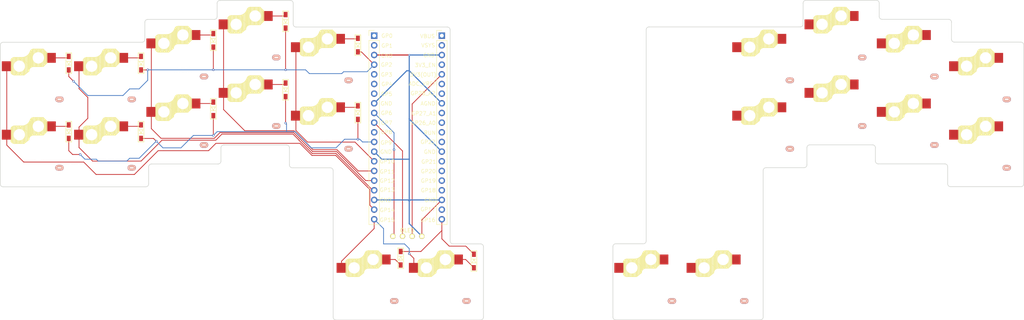
<source format=kicad_pcb>
(kicad_pcb (version 20241229) (generator "pcbnew") (generator_version "9.0")
  (title_block (title "tiny20") (date "2025-05-01") (rev "v1.0.0") (company "Unknown"))
  (layers (0 "F.Cu" signal) (2 "B.Cu" signal) (13 "F.Paste" user) (15 "B.Paste" user) (5 "F.SilkS" user "F.Silkscreen") (7 "B.SilkS" user "B.Silkscreen") (1 "F.Mask" user) (3 "B.Mask" user) (25 "Edge.Cuts" user))
  (net 0 "")
  (net 1 "GND")
  (net 2 "P21")
  (net 3 "P20")
  (net 4 "P19")
  (net 5 "P18")
  (net 6 "P15")
  (net 7 "P14")
  (net 8 "P26")
  (net 9 "P10")
  (net 10 "P8")
  (net 11 "P9")
  (net 12 "Row1")
  (net 13 "Row2")
  (net 14 "Row3")
  (net 15 "Col1")
  (net 16 "Col2")
  (net 17 "Col3")
  (net 18 "Col4")
  (net 19 "D1-Pad2")
  (net 20 "D2-Pad2")
  (net 21 "D3-Pad2")
  (net 22 "D5-Pad2")
  (net 23 "D6-Pad2")
  (net 24 "D7-Pad2")
  (net 25 "D8-Pad2")
  (net 26 "D4-Pad2")
  (net 27 "D9-Pad2")
  (net 28 "D10-Pad2")
  (net 29 "Col6")
  (net 30 "SDA")
  (net 31 "SCL")
  (net 32 "VCC")
  (net 33 "Col0")
  (net 34 "D0-Pad2")
  (net 35 "D11-Pad2")
  (footprint "kicad-footprints:M2_HOLE_v2" (layer "F.Cu") (at 40.5 63)
    (property "Reference" "Ref**" (hide yes))
    (property "Value" "Val**" (hide yes))
  )
  (footprint "kicad-footprints:D3_SMD_v2" (layer "F.Cu") (at 39 52.5 90)
    (property "Reference" "D24" (hide yes))
    (property "Value" "D" (hide yes))
  )
  (footprint "kicad-footprints:D3_SMD_v2" (layer "F.Cu") (at 77 64.5 90)
    (property "Reference" "D24" (hide yes))
    (property "Value" "D" (hide yes))
  )
  (footprint "kicad-footprints:M2_HOLE_v2" (layer "F.Cu") (at 40.5 81.25)
    (property "Reference" "Ref**" (hide yes))
    (property "Value" "Val**" (hide yes))
  )
  (footprint "kicad-footprints:D3_SMD_v2" (layer "F.Cu") (at 115 47.75 90)
    (property "Reference" "D24" (hide yes))
    (property "Value" "D" (hide yes))
  )
  (footprint "kicad-footprints:M2_HOLE_v2" (layer "F.Cu") (at 129.25 115.25)
    (property "Reference" "Ref**" (hide yes))
    (property "Value" "Val**" (hide yes))
  )
  (footprint "kicad-footprints:D3_SMD_v2" (layer "F.Cu") (at 96 59.5 90)
    (property "Reference" "D24" (hide yes))
    (property "Value" "D" (hide yes))
  )
  (footprint "kicad-footprints:D3_SMD_v2" (layer "F.Cu") (at 39 70.5 90)
    (property "Reference" "D24" (hide yes))
    (property "Value" "D" (hide yes))
  )
  (footprint "kicad-footprints:D3_SMD_v2" (layer "F.Cu") (at 96 41.5 90)
    (property "Reference" "D24" (hide yes))
    (property "Value" "D" (hide yes))
  )
  (footprint "kicad-footprints:D3_SMD_v2" (layer "F.Cu") (at 145.5 104.5 -90)
    (property "Reference" "D24" (hide yes))
    (property "Value" "D" (hide yes))
  )
  (footprint "keyboard:Waveshare RP2350-plus" (layer "F.Cu") (at 117.5 43.5)
    (property "Reference" "REF**" (hide yes))
    (property "Value" "Waveshare RP2350-plus" (hide yes))
  )
  (footprint "kicad-footprints:M2_HOLE_v2" (layer "F.Cu") (at 107 58.5)
    (property "Reference" "Ref**" (hide yes))
    (property "Value" "Val**" (hide yes))
  )
  (footprint "kicad-footprints:M2_HOLE_v2" (layer "F.Cu") (at 113 84.5)
    (property "Reference" "Ref**" (hide yes))
    (property "Value" "Val**" (hide yes))
  )
  (footprint "kicad-footprints:M2_HOLE_v2" (layer "F.Cu") (at 69 57)
    (property "Reference" "Ref**" (hide yes))
    (property "Value" "Val**" (hide yes))
  )
  (footprint "kicad-footprints:OLED_v2" (layer "F.Cu") (at 128 98)
    (property "Reference" "J3")
    (property "Value" "OLED" (hide yes))
  )
  (footprint "kicad-footprints:D3_SMD_v2" (layer "F.Cu") (at 77 46.5 90)
    (property "Reference" "D24" (hide yes))
    (property "Value" "D" (hide yes))
  )
  (footprint "kicad-footprints:D3_SMD_v2" (layer "F.Cu") (at 126.25 103.775 -90)
    (property "Reference" "D24" (hide yes))
    (property "Value" "D" (hide yes))
  )
  (footprint "kicad-footprints:D3_SMD_v2" (layer "F.Cu") (at 58 70.5 90)
    (property "Reference" "D24" (hide yes))
    (property "Value" "D" (hide yes))
  )
  (footprint "kicad-footprints:D3_SMD_v2" (layer "F.Cu") (at 115 65.5 90)
    (property "Reference" "D24" (hide yes))
    (property "Value" "D" (hide yes))
  )
  (footprint "kicad-footprints:D3_SMD_v2" (layer "F.Cu") (at 58 52.5 90)
    (property "Reference" "D24" (hide yes))
    (property "Value" "D" (hide yes))
  )
  (footprint "kicad-footprints:ChocV1_V2_Hotswap" (layer "B.Cu") (at 69 69)
    (property "Reference" "S3" (hide yes))
    (property "Value" "" (hide yes))
  )
  (footprint "kicad-footprints:ChocV1_V2_Hotswap" (layer "B.Cu") (at 31 57)
    (property "Reference" "S2" (hide yes))
    (property "Value" "" (hide yes))
  )
  (footprint "kicad-footprints:ChocV1_V2_Hotswap" (layer "B.Cu") (at 107 70)
    (property "Reference" "S7" (hide yes))
    (property "Value" "" (hide yes))
  )
  (footprint "kicad-footprints:ChocV1_V2_Hotswap" (layer "B.Cu") (at 119 110)
    (property "Reference" "S9" (hide yes))
    (property "Value" "" (hide yes))
  )
  (footprint "kicad-footprints:ChocV1_V2_Hotswap" (layer "B.Cu") (at 242 64)
    (property "Reference" "S15" (hide yes))
    (property "Value" "" (hide yes))
  )
  (footprint "kicad-footprints:ChocV1_V2_Hotswap" (layer "B.Cu") (at 261 51)
    (property "Reference" "S14" (hide yes))
    (property "Value" "" (hide yes))
  )
  (footprint "kicad-footprints:ChocV1_V2_Hotswap" (layer "B.Cu") (at 211 110)
    (property "Reference" "S19" (hide yes))
    (property "Value" "" (hide yes))
  )
  (footprint "kicad-footprints:ChocV1_V2_Hotswap" (layer "B.Cu") (at 138 110)
    (property "Reference" "S10" (hide yes))
    (property "Value" "" (hide yes))
  )
  (footprint "kicad-footprints:ChocV1_V2_Hotswap" (layer "B.Cu") (at 242 46)
    (property "Reference" "S16" (hide yes))
    (property "Value" "" (hide yes))
  )
  (footprint "kicad-footprints:ChocV1_V2_Hotswap" (layer "B.Cu") (at 280 57)
    (property "Reference" "S12" (hide yes))
    (property "Value" "" (hide yes))
  )
  (footprint "kicad-footprints:ChocV1_V2_Hotswap" (layer "B.Cu") (at 261 69)
    (property "Reference" "S13" (hide yes))
    (property "Value" "" (hide yes))
  )
  (footprint "kicad-footprints:ChocV1_V2_Hotswap" (layer "B.Cu") (at 223 70)
    (property "Reference" "S17" (hide yes))
    (property "Value" "" (hide yes))
  )
  (footprint "kicad-footprints:ChocV1_V2_Hotswap" (layer "B.Cu") (at 69 51)
    (property "Reference" "S4" (hide yes))
    (property "Value" "" (hide yes))
  )
  (footprint "kicad-footprints:ChocV1_V2_Hotswap" (layer "B.Cu") (at 280 75)
    (property "Reference" "S11" (hide yes))
    (property "Value" "" (hide yes))
  )
  (footprint "kicad-footprints:ChocV1_V2_Hotswap" (layer "B.Cu") (at 31 75)
    (property "Reference" "S2" (hide yes))
    (property "Value" "" (hide yes))
  )
  (footprint "kicad-footprints:ChocV1_V2_Hotswap" (layer "B.Cu") (at 50 57)
    (property "Reference" "S2" (hide yes))
    (property "Value" "" (hide yes))
  )
  (footprint "kicad-footprints:ChocV1_V2_Hotswap" (layer "B.Cu") (at 50 75)
    (property "Reference" "S1" (hide yes))
    (property "Value" "" (hide yes))
  )
  (footprint "kicad-footprints:ChocV1_V2_Hotswap" (layer "B.Cu") (at 107 52)
    (property "Reference" "S8" (hide yes))
    (property "Value" "" (hide yes))
  )
  (footprint "kicad-footprints:ChocV1_V2_Hotswap" (layer "B.Cu") (at 192 110)
    (property "Reference" "S20" (hide yes))
    (property "Value" "" (hide yes))
  )
  (footprint "kicad-footprints:ChocV1_V2_Hotswap" (layer "B.Cu") (at 223 52)
    (property "Reference" "S18" (hide yes))
    (property "Value" "" (hide yes))
  )
  (footprint "kicad-footprints:ChocV1_V2_Hotswap" (layer "B.Cu") (at 88 64)
    (property "Reference" "S5" (hide yes))
    (property "Value" "" (hide yes))
  )
  (footprint "kicad-footprints:ChocV1_V2_Hotswap" (layer "B.Cu") (at 88 46)
    (property "Reference" "S6" (hide yes))
    (property "Value" "" (hide yes))
  )
  (gr_line (start 59 46.25) (end 59 41.75) (stroke (width 0.15)) (layer "Edge.Cuts"))
  (gr_line (start 139.25 43.75) (end 139.25 99.25) (stroke (width 0.15)) (layer "Edge.Cuts"))
  (gr_line (start 78.25 79) (end 60.75 79) (stroke (width 0.15)) (layer "Edge.Cuts"))
  (gr_arc (start 97.75 80) (mid 97.21967 79.78033) (end 97 79.25) (stroke (width 0.15)) (layer "Edge.Cuts"))
  (gr_line (start 21.75 47) (end 58.25 47) (stroke (width 0.15)) (layer "Edge.Cuts"))
  (gr_arc (start 190.78033 43.71967) (mid 191 43.18934) (end 191.53033 42.96967) (stroke (width 0.15)) (layer "Edge.Cuts"))
  (gr_line (start 190.03033 99.96967) (end 182.78033 99.96967) (stroke (width 0.15)) (layer "Edge.Cuts"))
  (gr_arc (start 182.03033 100.71967) (mid 182.25 100.18934) (end 182.78033 99.96967) (stroke (width 0.15)) (layer "Edge.Cuts"))
  (gr_arc (start 78 36.75) (mid 78.21967 36.21967) (end 78.75 36) (stroke (width 0.15)) (layer "Edge.Cuts"))
  (gr_line (start 231.28033 42.96967) (end 191.53033 42.96967) (stroke (width 0.15)) (layer "Edge.Cuts"))
  (gr_line (start 270.28033 40.96967) (end 252.78033 40.96967) (stroke (width 0.15)) (layer "Edge.Cuts"))
  (gr_arc (start 79 74.75) (mid 79.21967 74.21967) (end 79.75 74) (stroke (width 0.15)) (layer "Edge.Cuts"))
  (gr_line (start 270.03033 79.71967) (end 270.03033 84.21967) (stroke (width 0.15)) (layer "Edge.Cuts"))
  (gr_arc (start 251.28033 35.96967) (mid 251.81066 36.18934) (end 252.03033 36.71967) (stroke (width 0.15)) (layer "Edge.Cuts"))
  (gr_line (start 222.28033 79.96967) (end 232.28033 79.96967) (stroke (width 0.15)) (layer "Edge.Cuts"))
  (gr_line (start 252.03033 40.21967) (end 252.03033 36.71967) (stroke (width 0.15)) (layer "Edge.Cuts"))
  (gr_line (start 140 100) (end 147.25 100) (stroke (width 0.15)) (layer "Edge.Cuts"))
  (gr_arc (start 140 100) (mid 139.46967 99.78033) (end 139.25 99.25) (stroke (width 0.15)) (layer "Edge.Cuts"))
  (gr_arc (start 60 84.25) (mid 59.78033 84.78033) (end 59.25 85) (stroke (width 0.15)) (layer "Edge.Cuts"))
  (gr_line (start 221.53033 119.21967) (end 221.53033 80.71967) (stroke (width 0.15)) (layer "Edge.Cuts"))
  (gr_line (start 148 100.75) (end 148 119.25) (stroke (width 0.15)) (layer "Edge.Cuts"))
  (gr_arc (start 182.78033 119.96967) (mid 182.25 119.75) (end 182.03033 119.21967) (stroke (width 0.15)) (layer "Edge.Cuts"))
  (gr_line (start 251.03033 74.71967) (end 251.03033 78.21967) (stroke (width 0.15)) (layer "Edge.Cuts"))
  (gr_arc (start 107.75 80) (mid 108.28033 80.21967) (end 108.5 80.75) (stroke (width 0.15)) (layer "Edge.Cuts"))
  (gr_line (start 251.78033 78.96967) (end 269.28033 78.96967) (stroke (width 0.15)) (layer "Edge.Cuts"))
  (gr_line (start 251.28033 35.96967) (end 232.78033 35.96967) (stroke (width 0.15)) (layer "Edge.Cuts"))
  (gr_line (start 233.78033 73.96967) (end 250.28033 73.96967) (stroke (width 0.15)) (layer "Edge.Cuts"))
  (gr_arc (start 138.5 43) (mid 139.03033 43.21967) (end 139.25 43.75) (stroke (width 0.15)) (layer "Edge.Cuts"))
  (gr_arc (start 252.78033 40.96967) (mid 252.25 40.75) (end 252.03033 40.21967) (stroke (width 0.15)) (layer "Edge.Cuts"))
  (gr_arc (start 78 40.25) (mid 77.78033 40.78033) (end 77.25 41) (stroke (width 0.15)) (layer "Edge.Cuts"))
  (gr_arc (start 269.28033 78.96967) (mid 269.81066 79.18934) (end 270.03033 79.71967) (stroke (width 0.15)) (layer "Edge.Cuts"))
  (gr_line (start 79 74.75) (end 79 78.25) (stroke (width 0.15)) (layer "Edge.Cuts"))
  (gr_line (start 96.25 74) (end 79.75 74) (stroke (width 0.15)) (layer "Edge.Cuts"))
  (gr_line (start 190.78033 43.71967) (end 190.78033 99.21967) (stroke (width 0.15)) (layer "Edge.Cuts"))
  (gr_line (start 270.78033 84.96967) (end 289.28033 84.96967) (stroke (width 0.15)) (layer "Edge.Cuts"))
  (gr_line (start 59.75 41) (end 77.25 41) (stroke (width 0.15)) (layer "Edge.Cuts"))
  (gr_line (start 147.25 120) (end 109.25 120) (stroke (width 0.15)) (layer "Edge.Cuts"))
  (gr_arc (start 59 41.75) (mid 59.21967 41.21967) (end 59.75 41) (stroke (width 0.15)) (layer "Edge.Cuts"))
  (gr_arc (start 147.25 100) (mid 147.78033 100.21967) (end 148 100.75) (stroke (width 0.15)) (layer "Edge.Cuts"))
  (gr_line (start 108.5 119.25) (end 108.5 80.75) (stroke (width 0.15)) (layer "Edge.Cuts"))
  (gr_line (start 182.03033 100.71967) (end 182.03033 119.21967) (stroke (width 0.15)) (layer "Edge.Cuts"))
  (gr_line (start 60 79.75) (end 60 84.25) (stroke (width 0.15)) (layer "Edge.Cuts"))
  (gr_line (start 98 36.75) (end 98 42.25) (stroke (width 0.15)) (layer "Edge.Cuts"))
  (gr_arc (start 232.03033 42.21967) (mid 231.81066 42.75) (end 231.28033 42.96967) (stroke (width 0.15)) (layer "Edge.Cuts"))
  (gr_line (start 232.03033 36.71967) (end 232.03033 42.21967) (stroke (width 0.15)) (layer "Edge.Cuts"))
  (gr_arc (start 232.03033 36.71967) (mid 232.25 36.18934) (end 232.78033 35.96967) (stroke (width 0.15)) (layer "Edge.Cuts"))
  (gr_line (start 107.75 80) (end 97.75 80) (stroke (width 0.15)) (layer "Edge.Cuts"))
  (gr_arc (start 221.53033 80.71967) (mid 221.75 80.18934) (end 222.28033 79.96967) (stroke (width 0.15)) (layer "Edge.Cuts"))
  (gr_line (start 290.03033 84.21967) (end 290.03033 47.71967) (stroke (width 0.15)) (layer "Edge.Cuts"))
  (gr_line (start 233.03033 79.21967) (end 233.03033 74.71967) (stroke (width 0.15)) (layer "Edge.Cuts"))
  (gr_arc (start 190.78033 99.21967) (mid 190.56066 99.75) (end 190.03033 99.96967) (stroke (width 0.15)) (layer "Edge.Cuts"))
  (gr_arc (start 59 46.25) (mid 58.78033 46.78033) (end 58.25 47) (stroke (width 0.15)) (layer "Edge.Cuts"))
  (gr_arc (start 289.28033 46.96967) (mid 289.81066 47.18934) (end 290.03033 47.71967) (stroke (width 0.15)) (layer "Edge.Cuts"))
  (gr_arc (start 79 78.25) (mid 78.78033 78.78033) (end 78.25 79) (stroke (width 0.15)) (layer "Edge.Cuts"))
  (gr_arc (start 109.25 120) (mid 108.71967 119.78033) (end 108.5 119.25) (stroke (width 0.15)) (layer "Edge.Cuts"))
  (gr_line (start 78 40.25) (end 78 36.75) (stroke (width 0.15)) (layer "Edge.Cuts"))
  (gr_arc (start 97.25 36) (mid 97.78033 36.21967) (end 98 36.75) (stroke (width 0.15)) (layer "Edge.Cuts"))
  (gr_arc (start 21 47.75) (mid 21.21967 47.21967) (end 21.75 47) (stroke (width 0.15)) (layer "Edge.Cuts"))
  (gr_line (start 182.78033 119.96967) (end 220.78033 119.96967) (stroke (width 0.15)) (layer "Edge.Cuts"))
  (gr_arc (start 98.75 43) (mid 98.21967 42.78033) (end 98 42.25) (stroke (width 0.15)) (layer "Edge.Cuts"))
  (gr_line (start 78.75 36) (end 97.25 36) (stroke (width 0.15)) (layer "Edge.Cuts"))
  (gr_line (start 98.75 43) (end 138.5 43) (stroke (width 0.15)) (layer "Edge.Cuts"))
  (gr_arc (start 271.78033 46.96967) (mid 271.25 46.75) (end 271.03033 46.21967) (stroke (width 0.15)) (layer "Edge.Cuts"))
  (gr_arc (start 148 119.25) (mid 147.78033 119.78033) (end 147.25 120) (stroke (width 0.15)) (layer "Edge.Cuts"))
  (gr_arc (start 96.25 74) (mid 96.78033 74.21967) (end 97 74.75) (stroke (width 0.15)) (layer "Edge.Cuts"))
  (gr_line (start 271.03033 46.21967) (end 271.03033 41.71967) (stroke (width 0.15)) (layer "Edge.Cuts"))
  (gr_arc (start 233.03033 74.71967) (mid 233.25 74.18934) (end 233.78033 73.96967) (stroke (width 0.15)) (layer "Edge.Cuts"))
  (gr_line (start 21 84.25) (end 21 47.75) (stroke (width 0.15)) (layer "Edge.Cuts"))
  (gr_arc (start 21.75 85) (mid 21.21967 84.78033) (end 21 84.25) (stroke (width 0.15)) (layer "Edge.Cuts"))
  (gr_arc (start 233.03033 79.21967) (mid 232.81066 79.75) (end 232.28033 79.96967) (stroke (width 0.15)) (layer "Edge.Cuts"))
  (gr_arc (start 221.53033 119.21967) (mid 221.31066 119.75) (end 220.78033 119.96967) (stroke (width 0.15)) (layer "Edge.Cuts"))
  (gr_line (start 59.25 85) (end 21.75 85) (stroke (width 0.15)) (layer "Edge.Cuts"))
  (gr_arc (start 250.28033 73.96967) (mid 250.81066 74.18934) (end 251.03033 74.71967) (stroke (width 0.15)) (layer "Edge.Cuts"))
  (gr_arc (start 290.03033 84.21967) (mid 289.81066 84.75) (end 289.28033 84.96967) (stroke (width 0.15)) (layer "Edge.Cuts"))
  (gr_arc (start 60 79.75) (mid 60.21967 79.21967) (end 60.75 79) (stroke (width 0.15)) (layer "Edge.Cuts"))
  (gr_arc (start 270.28033 40.96967) (mid 270.81066 41.18934) (end 271.03033 41.71967) (stroke (width 0.15)) (layer "Edge.Cuts"))
  (gr_arc (start 251.78033 78.96967) (mid 251.25 78.75) (end 251.03033 78.21967) (stroke (width 0.15)) (layer "Edge.Cuts"))
  (gr_arc (start 270.78033 84.96967) (mid 270.25 84.75) (end 270.03033 84.21967) (stroke (width 0.15)) (layer "Edge.Cuts"))
  (gr_line (start 289.28033 46.96967) (end 271.78033 46.96967) (stroke (width 0.15)) (layer "Edge.Cuts"))
  (gr_line (start 97 79.25) (end 97 74.75) (stroke (width 0.15)) (layer "Edge.Cuts"))
  (segment (start 131.81 93.7025) (end 137.0625 88.45) (width 0.2) (layer "F.Cu") (net 1))
  (segment (start 131.81 98) (end 131.81 93.7025) (width 0.2) (layer "F.Cu") (net 1))
  (segment (start 128.5 50.35) (end 119.2825 50.35) (width 0.3) (layer "F.Cu") (net 1))
  (via (at 128.5 50.35) (size 0.5) (drill 0.3) (layers "F.Cu" "B.Cu") (net 1))
  (segment (start 128.5 88.75) (end 128.5 94.69) (width 0.3) (layer "B.Cu") (net 1))
  (segment (start 128.8 88.45) (end 137.0625 88.45) (width 0.3) (layer "B.Cu") (net 1))
  (segment (start 128.5 77.75) (end 128.5 88.75) (width 0.3) (layer "B.Cu") (net 1))
  (segment (start 128.5 94.69) (end 131.81 98) (width 0.3) (layer "B.Cu") (net 1))
  (segment (start 128.2 88.45) (end 119.2825 88.45) (width 0.3) (layer "B.Cu") (net 1))
  (segment (start 128.5 50.35) (end 137.0625 50.35) (width 0.3) (layer "B.Cu") (net 1))
  (segment (start 121.2825 77.75) (end 119.2825 75.75) (width 0.3) (layer "B.Cu") (net 1))
  (segment (start 128.5 54.4875) (end 128.5 67.1875) (width 0.3) (layer "B.Cu") (net 1))
  (segment (start 128.5 77.75) (end 121.2825 77.75) (width 0.3) (layer "B.Cu") (net 1))
  (segment (start 128.5 67.1875) (end 137.0625 75.75) (width 0.3) (layer "B.Cu") (net 1))
  (segment (start 128.5 67.1875) (end 128.5 77.75) (width 0.3) (layer "B.Cu") (net 1))
  (segment (start 128.5 88.75) (end 128.8 88.45) (width 0.3) (layer "B.Cu") (net 1))
  (segment (start 128.5 54.4875) (end 137.0625 63.05) (width 0.3) (layer "B.Cu") (net 1))
  (segment (start 128.5 50.35) (end 128.5 54.4875) (width 0.3) (layer "B.Cu") (net 1))
  (segment (start 127.845 54.4875) (end 119.2825 63.05) (width 0.3) (layer "B.Cu") (net 1))
  (segment (start 128.5 88.75) (end 128.2 88.45) (width 0.3) (layer "B.Cu") (net 1))
  (segment (start 128.5 54.4875) (end 127.845 54.4875) (width 0.3) (layer "B.Cu") (net 1))
  (segment (start 58 54.275) (end 59.725 54.275) (width 0.2) (layer "F.Cu") (net 12))
  (segment (start 39 56) (end 40.25 57.25) (width 0.2) (layer "F.Cu") (net 12))
  (segment (start 115 49.525) (end 115.9175 49.525) (width 0.2) (layer "F.Cu") (net 12))
  (segment (start 59.725 54.275) (end 59.75 54.25) (width 0.2) (layer "F.Cu") (net 12))
  (segment (start 96 43.275) (end 96 54.25) (width 0.2) (layer "F.Cu") (net 12))
  (segment (start 39 54.275) (end 39 56) (width 0.2) (layer "F.Cu") (net 12))
  (segment (start 115.9175 49.525) (end 119.2825 52.89) (width 0.2) (layer "F.Cu") (net 12))
  (segment (start 77 48.275) (end 77 54.25) (width 0.2) (layer "F.Cu") (net 12))
  (via (at 77 54.25) (size 0.6) (drill 0.3) (layers "F.Cu" "B.Cu") (net 12))
  (via (at 40.25 57.25) (size 0.6) (drill 0.3) (layers "F.Cu" "B.Cu") (net 12))
  (via (at 59.75 54.25) (size 0.6) (drill 0.3) (layers "F.Cu" "B.Cu") (net 12))
  (via (at 96 54.25) (size 0.6) (drill 0.3) (layers "F.Cu" "B.Cu") (net 12))
  (segment (start 44 61) (end 53.25 61) (width 0.2) (layer "B.Cu") (net 12))
  (segment (start 59.75 57) (end 59.75 54.25) (width 0.2) (layer "B.Cu") (net 12))
  (segment (start 53.25 61) (end 55 59.25) (width 0.2) (layer "B.Cu") (net 12))
  (segment (start 77 54.25) (end 96 54.25) (width 0.2) (layer "B.Cu") (net 12))
  (segment (start 57.5 59.25) (end 59.75 57) (width 0.2) (layer "B.Cu") (net 12))
  (segment (start 102.25 55.25) (end 110.75 55.25) (width 0.2) (layer "B.Cu") (net 12))
  (segment (start 59.75 54.25) (end 77 54.25) (width 0.2) (layer "B.Cu") (net 12))
  (segment (start 117.4225 54.75) (end 119.2825 52.89) (width 0.2) (layer "B.Cu") (net 12))
  (segment (start 101.25 54.25) (end 102.25 55.25) (width 0.2) (layer "B.Cu") (net 12))
  (segment (start 111.25 54.75) (end 117.4225 54.75) (width 0.2) (layer "B.Cu") (net 12))
  (segment (start 55 59.25) (end 57.5 59.25) (width 0.2) (layer "B.Cu") (net 12))
  (segment (start 96 54.25) (end 101.25 54.25) (width 0.2) (layer "B.Cu") (net 12))
  (segment (start 40.25 57.25) (end 44 61) (width 0.2) (layer "B.Cu") (net 12))
  (segment (start 110.75 55.25) (end 111.25 54.75) (width 0.2) (layer "B.Cu") (net 12))
  (segment (start 115 67.275) (end 115 72.5) (width 0.2) (layer "F.Cu") (net 13))
  (segment (start 39 75.5) (end 39 72.275) (width 0.2) (layer "F.Cu") (net 13))
  (segment (start 77 66.275) (end 77 71.5) (width 0.2) (layer "F.Cu") (net 13))
  (segment (start 42 76.5) (end 40 76.5) (width 0.2) (layer "F.Cu") (net 13))
  (segment (start 58 72.275) (end 61.275 72.275) (width 0.2) (layer "F.Cu") (net 13))
  (segment (start 96 61.275) (end 96 68.25) (width 0.2) (layer "F.Cu") (net 13))
  (segment (start 61.275 72.275) (end 62 73) (width 0.2) (layer "F.Cu") (net 13))
  (segment (start 40 76.5) (end 39 75.5) (width 0.2) (layer "F.Cu") (net 13))
  (via (at 62 73) (size 0.6) (drill 0.3) (layers "F.Cu" "B.Cu") (net 13))
  (via (at 77 71.5) (size 0.6) (drill 0.3) (layers "F.Cu" "B.Cu") (net 13))
  (via (at 115 72.5) (size 0.6) (drill 0.3) (layers "F.Cu" "B.Cu") (net 13))
  (via (at 96 68.25) (size 0.6) (drill 0.3) (layers "F.Cu" "B.Cu") (net 13))
  (via (at 42 76.5) (size 0.6) (drill 0.3) (layers "F.Cu" "B.Cu") (net 13))
  (segment (start 98.5 70.5) (end 102.75 74.75) (width 0.2) (layer "B.Cu") (net 13))
  (segment (start 43.25 77.75) (end 46.25 77.75) (width 0.2) (layer "B.Cu") (net 13))
  (segment (start 71.75 71.5) (end 77 71.5) (width 0.2) (layer "B.Cu") (net 13))
  (segment (start 115 72.5) (end 115.5 72.5) (width 0.2) (layer "B.Cu") (net 13))
  (segment (start 68.5 74.75) (end 71.75 71.5) (width 0.2) (layer "B.Cu") (net 13))
  (segment (start 111.5 72.5) (end 115 72.5) (width 0.2) (layer "B.Cu") (net 13))
  (segment (start 116.21 73.21) (end 119.2825 73.21) (width 0.2) (layer "B.Cu") (net 13))
  (segment (start 77 71.5) (end 78 70.5) (width 0.2) (layer "B.Cu") (net 13))
  (segment (start 115.5 72.5) (end 116.21 73.21) (width 0.2) (layer "B.Cu") (net 13))
  (segment (start 96.25 68.5) (end 96 68.25) (width 0.2) (layer "B.Cu") (net 13))
  (segment (start 54.25 78.25) (end 55 77.5) (width 0.2) (layer "B.Cu") (net 13))
  (segment (start 57.5 77.5) (end 62 73) (width 0.2) (layer "B.Cu") (net 13))
  (segment (start 42 76.5) (end 43.25 77.75) (width 0.2) (layer "B.Cu") (net 13))
  (segment (start 78 70.5) (end 96.25 70.5) (width 0.2) (layer "B.Cu") (net 13))
  (segment (start 96.25 70.5) (end 96.25 68.5) (width 0.2) (layer "B.Cu") (net 13))
  (segment (start 46.75 78.25) (end 54.25 78.25) (width 0.2) (layer "B.Cu") (net 13))
  (segment (start 96.25 70.5) (end 98.5 70.5) (width 0.2) (layer "B.Cu") (net 13))
  (segment (start 63.75 74.75) (end 68.5 74.75) (width 0.2) (layer "B.Cu") (net 13))
  (segment (start 109.25 74.75) (end 111.5 72.5) (width 0.2) (layer "B.Cu") (net 13))
  (segment (start 62 73) (end 63.75 74.75) (width 0.2) (layer "B.Cu") (net 13))
  (segment (start 46.25 77.75) (end 46.75 78.25) (width 0.2) (layer "B.Cu") (net 13))
  (segment (start 102.75 74.75) (end 109.25 74.75) (width 0.2) (layer "B.Cu") (net 13))
  (segment (start 55 77.5) (end 57.5 77.5) (width 0.2) (layer "B.Cu") (net 13))
  (segment (start 137.0625 98.662442) (end 137.0625 96.5) (width 0.2) (layer "F.Cu") (net 14))
  (segment (start 137.0625 96.5) (end 137.0625 93.53) (width 0.2) (layer "F.Cu") (net 14))
  (segment (start 143.376 100.601) (end 139.001058 100.601) (width 0.2) (layer "F.Cu") (net 14))
  (segment (start 139.001058 100.601) (end 137.0625 98.662442) (width 0.2) (layer "F.Cu") (net 14))
  (segment (start 145.5 102.725) (end 143.376 100.601) (width 0.2) (layer "F.Cu") (net 14))
  (segment (start 131.5625 102) (end 137.0625 96.5) (width 0.2) (layer "F.Cu") (net 14))
  (segment (start 126.25 102) (end 131.5625 102) (width 0.2) (layer "F.Cu") (net 14))
  (segment (start 109.25 76.25) (end 103 76.25) (width 0.2) (layer "F.Cu") (net 15))
  (segment (start 45.274019 78.25) (end 41.7 74.675981) (width 0.2) (layer "F.Cu") (net 15))
  (segment (start 97.9497 71.151) (end 79.25 71.151) (width 0.2) (layer "F.Cu") (net 15))
  (segment (start 119.2825 85.91) (end 118.91 85.91) (width 0.2) (layer "F.Cu") (net 15))
  (segment (start 79.25 71.151) (end 77.651 72.75) (width 0.2) (layer "F.Cu") (net 15))
  (segment (start 41.7 74.675981) (end 41.7 71.3) (width 0.2) (layer "F.Cu") (net 15))
  (segment (start 99.5 72.75) (end 99.5 72.7013) (width 0.2) (layer "F.Cu") (net 15))
  (segment (start 41.7 59.2) (end 44 61.5) (width 0.2) (layer "F.Cu") (net 15))
  (segment (start 118.91 85.91) (end 109.25 76.25) (width 0.2) (layer "F.Cu") (net 15))
  (segment (start 77.651 72.75) (end 63.5 72.75) (width 0.2) (layer "F.Cu") (net 15))
  (segment (start 58 78.25) (end 45.274019 78.25) (width 0.2) (layer "F.Cu") (net 15))
  (segment (start 99.5 72.7013) (end 97.9497 71.151) (width 0.2) (layer "F.Cu") (net 15))
  (segment (start 103 76.25) (end 99.5 72.75) (width 0.2) (layer "F.Cu") (net 15))
  (segment (start 44 61.5) (end 44 67) (width 0.2) (layer "F.Cu") (net 15))
  (segment (start 63.5 72.75) (end 58 78.25) (width 0.2) (layer "F.Cu") (net 15))
  (segment (start 41.7 69.3) (end 41.7 71.3) (width 0.2) (layer "F.Cu") (net 15))
  (segment (start 41.7 71.3) (end 41.75 71.35) (width 0.2) (layer "F.Cu") (net 15))
  (segment (start 41.7 53.3) (end 41.7 59.2) (width 0.2) (layer "F.Cu") (net 15))
  (segment (start 44 67) (end 41.7 69.3) (width 0.2) (layer "F.Cu") (net 15))
  (segment (start 109.4329 75.75) (end 103.1158 75.75) (width 0.2) (layer "F.Cu") (net 16))
  (segment (start 98.1158 70.75) (end 78.75 70.75) (width 0.2) (layer "F.Cu") (net 16))
  (segment (start 60.7 69.7) (end 60.7 65.3) (width 0.2) (layer "F.Cu") (net 16))
  (segment (start 103.1158 75.75) (end 98.1158 70.75) (width 0.2) (layer "F.Cu") (net 16))
  (segment (start 119.2825 83.37) (end 117.0529 83.37) (width 0.2) (layer "F.Cu") (net 16))
  (segment (start 63.25 72.25) (end 60.7 69.7) (width 0.2) (layer "F.Cu") (net 16))
  (segment (start 78.75 70.75) (end 77.25 72.25) (width 0.2) (layer "F.Cu") (net 16))
  (segment (start 77.25 72.25) (end 63.25 72.25) (width 0.2) (layer "F.Cu") (net 16))
  (segment (start 60.7 47.3) (end 60.7 65.3) (width 0.2) (layer "F.Cu") (net 16))
  (segment (start 117.0529 83.37) (end 109.4329 75.75) (width 0.2) (layer "F.Cu") (net 16))
  (segment (start 103.1829 75.25) (end 109.5 75.25) (width 0.2) (layer "F.Cu") (net 17))
  (segment (start 98.1829 70.25) (end 103.1829 75.25) (width 0.2) (layer "F.Cu") (net 17))
  (segment (start 79.7 60.3) (end 79.7 64.7) (width 0.2) (layer "F.Cu") (net 17))
  (segment (start 115.08 80.83) (end 119.2825 80.83) (width 0.2) (layer "F.Cu") (net 17))
  (segment (start 79.7 42.3) (end 79.7 60.3) (width 0.2) (layer "F.Cu") (net 17))
  (segment (start 109.5 75.25) (end 115.08 80.83) (width 0.2) (layer "F.Cu") (net 17))
  (segment (start 79.7 64.7) (end 85.25 70.25) (width 0.2) (layer "F.Cu") (net 17))
  (segment (start 85.25 70.25) (end 98.1829 70.25) (width 0.2) (layer "F.Cu") (net 17))
  (segment (start 114.2425 73.25) (end 119.2825 78.29) (width 0.2) (layer "F.Cu") (net 18))
  (segment (start 101.75 73.25) (end 114.2425 73.25) (width 0.2) (layer "F.Cu") (net 18))
  (segment (start 98.7 70.2) (end 101.75 73.25) (width 0.2) (layer "F.Cu") (net 18))
  (segment (start 98.7 48.3) (end 98.7 66.3) (width 0.2) (layer "F.Cu") (net 18))
  (segment (start 98.7 66.3) (end 98.7 70.2) (width 0.2) (layer "F.Cu") (net 18))
  (segment (start 53.3 51.1) (end 57.625 51.1) (width 0.2) (layer "F.Cu") (net 19))
  (segment (start 57.625 51.1) (end 58 50.725) (width 0.2) (layer "F.Cu") (net 19))
  (segment (start 76.625 45.1) (end 77 44.725) (width 0.2) (layer "F.Cu") (net 20))
  (segment (start 72.3 45.1) (end 76.625 45.1) (width 0.2) (layer "F.Cu") (net 20))
  (segment (start 95.625 40.1) (end 96 39.725) (width 0.2) (layer "F.Cu") (net 21))
  (segment (start 91.3 40.1) (end 95.625 40.1) (width 0.2) (layer "F.Cu") (net 21))
  (segment (start 34.3 69.1) (end 38.625 69.1) (width 0.2) (layer "F.Cu") (net 22))
  (segment (start 38.625 69.1) (end 39 68.725) (width 0.2) (layer "F.Cu") (net 22))
  (segment (start 53.3 69.1) (end 57.625 69.1) (width 0.2) (layer "F.Cu") (net 23))
  (segment (start 57.625 69.1) (end 58 68.725) (width 0.2) (layer "F.Cu") (net 23))
  (segment (start 72.3 63.1) (end 76.625 63.1) (width 0.2) (layer "F.Cu") (net 24))
  (segment (start 76.625 63.1) (end 77 62.725) (width 0.2) (layer "F.Cu") (net 24))
  (segment (start 91.3 58.1) (end 95.625 58.1) (width 0.2) (layer "F.Cu") (net 25))
  (segment (start 95.625 58.1) (end 96 57.725) (width 0.2) (layer "F.Cu") (net 25))
  (segment (start 114.875 46.1) (end 115 45.975) (width 0.2) (layer "F.Cu") (net 26))
  (segment (start 110.3 46.1) (end 114.875 46.1) (width 0.2) (layer "F.Cu") (net 26))
  (segment (start 114.625 64.1) (end 115 63.725) (width 0.2) (layer "F.Cu") (net 27))
  (segment (start 110.3 64.1) (end 114.625 64.1) (width 0.2) (layer "F.Cu") (net 27))
  (segment (start 124.8 104.1) (end 126.25 105.55) (width 0.2) (layer "F.Cu") (net 28))
  (segment (start 122.3 104.1) (end 124.8 104.1) (width 0.2) (layer "F.Cu") (net 28))
  (segment (start 129.7 103.8) (end 128.5 102.6) (width 0.2) (layer "F.Cu") (net 29))
  (segment (start 119.2825 95.9675) (end 119.2825 93.53) (width 0.2) (layer "F.Cu") (net 29))
  (segment (start 110.7 104.55) (end 119.2825 95.9675) (width 0.2) (layer "F.Cu") (net 29))
  (segment (start 110.7 106.3) (end 110.7 104.55) (width 0.2) (layer "F.Cu") (net 29))
  (segment (start 129.7 106.3) (end 129.7 103.8) (width 0.2) (layer "F.Cu") (net 29))
  (via (at 128.5 102.6) (size 0.6) (drill 0.3) (layers "F.Cu" "B.Cu") (net 29))
  (segment (start 128.5 102.6) (end 128.5 101.25) (width 0.2) (layer "B.Cu") (net 29))
  (segment (start 128.5 101.25) (end 127.25 100) (width 0.2) (layer "B.Cu") (net 29))
  (segment (start 121.75 95.9975) (end 119.2825 93.53) (width 0.2) (layer "B.Cu") (net 29))
  (segment (start 121.75 100) (end 121.75 95.9975) (width 0.2) (layer "B.Cu") (net 29))
  (segment (start 127.25 100) (end 121.75 100) (width 0.2) (layer "B.Cu") (net 29))
  (segment (start 124.19 98) (end 124.5 97.69) (width 0.2) (layer "F.Cu") (net 30))
  (segment (start 124.5 97.69) (end 124.5 75.25) (width 0.2) (layer "F.Cu") (net 30))
  (via (at 124.5 75.25) (size 0.6) (drill 0.3) (layers "F.Cu" "B.Cu") (net 30))
  (segment (start 124.5 75.25) (end 124.5 70.8075) (width 0.2) (layer "B.Cu") (net 30))
  (segment (start 124.5 70.8075) (end 119.2825 65.59) (width 0.2) (layer "B.Cu") (net 30))
  (segment (start 126.73 98) (end 126.73 75.5775) (width 0.2) (layer "F.Cu") (net 31))
  (segment (start 126.73 75.5775) (end 119.2825 68.13) (width 0.2) (layer "F.Cu") (net 31))
  (segment (start 129.27 63.2225) (end 137.0625 55.43) (width 0.2) (layer "F.Cu") (net 32))
  (segment (start 129.27 98) (end 129.27 63.2225) (width 0.2) (layer "F.Cu") (net 32))
  (segment (start 118.1315 89.839) (end 119.2825 90.99) (width 0.2) (layer "F.Cu") (net 33))
  (segment (start 102.9329 76.75) (end 109.1829 76.75) (width 0.2) (layer "F.Cu") (net 33))
  (segment (start 22.7 71.3) (end 22.7 74.039892) (width 0.2) (layer "F.Cu") (net 33))
  (segment (start 46.1829 81.75) (end 56.25 81.75) (width 0.2) (layer "F.Cu") (net 33))
  (segment (start 22.7 53.3) (end 22.7 71.3) (width 0.2) (layer "F.Cu") (net 33))
  (segment (start 109.1829 76.75) (end 118.1315 85.6986) (width 0.2) (layer "F.Cu") (net 33))
  (segment (start 62.5 75.5) (end 75.75 75.5) (width 0.2) (layer "F.Cu") (net 33))
  (segment (start 75.75 75.5) (end 77.685338 73.564662) (width 0.2) (layer "F.Cu") (net 33))
  (segment (start 27.159108 78.499) (end 42.9319 78.499) (width 0.2) (layer "F.Cu") (net 33))
  (segment (start 99.747562 73.564662) (end 102.9329 76.75) (width 0.2) (layer "F.Cu") (net 33))
  (segment (start 77.685338 73.564662) (end 99.747562 73.564662) (width 0.2) (layer "F.Cu") (net 33))
  (segment (start 22.7 74.039892) (end 27.159108 78.499) (width 0.2) (layer "F.Cu") (net 33))
  (segment (start 56.25 81.75) (end 62.5 75.5) (width 0.2) (layer "F.Cu") (net 33))
  (segment (start 118.1315 85.6986) (end 118.1315 89.839) (width 0.2) (layer "F.Cu") (net 33))
  (segment (start 42.9319 78.499) (end 46.1829 81.75) (width 0.2) (layer "F.Cu") (net 33))
  (segment (start 38.625 51.1) (end 39 50.725) (width 0.2) (layer "F.Cu") (net 34))
  (segment (start 34.3 51.1) (end 38.625 51.1) (width 0.2) (layer "F.Cu") (net 34))
  (segment (start 141.3 104.1) (end 143.325 104.1) (width 0.2) (layer "F.Cu") (net 35))
  (segment (start 143.325 104.1) (end 145.5 106.275) (width 0.2) (layer "F.Cu") (net 35))
)
</source>
